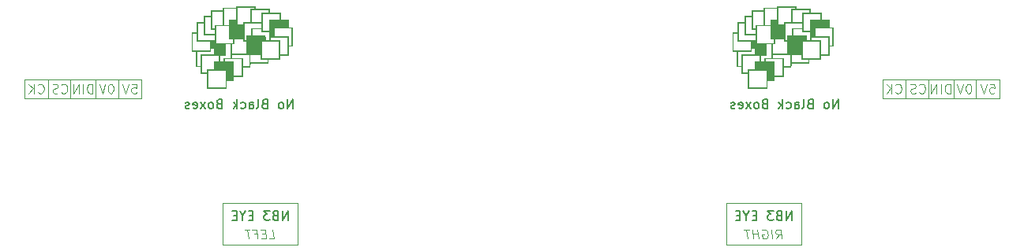
<source format=gbo>
G04 #@! TF.GenerationSoftware,KiCad,Pcbnew,8.0.7*
G04 #@! TF.CreationDate,2025-01-25T19:39:47+00:00*
G04 #@! TF.ProjectId,NB3_eyes,4e42335f-6579-4657-932e-6b696361645f,0.0.1*
G04 #@! TF.SameCoordinates,PX9d6ebcaPY67ee71d*
G04 #@! TF.FileFunction,Legend,Bot*
G04 #@! TF.FilePolarity,Positive*
%FSLAX46Y46*%
G04 Gerber Fmt 4.6, Leading zero omitted, Abs format (unit mm)*
G04 Created by KiCad (PCBNEW 8.0.7) date 2025-01-25 19:39:47*
%MOMM*%
%LPD*%
G01*
G04 APERTURE LIST*
%ADD10C,0.200000*%
%ADD11C,0.100000*%
%ADD12C,0.125000*%
%ADD13C,0.000000*%
G04 APERTURE END LIST*
D10*
X34988095Y18132781D02*
X34988095Y19132781D01*
X34988095Y19132781D02*
X34416667Y18132781D01*
X34416667Y18132781D02*
X34416667Y19132781D01*
X33797619Y18132781D02*
X33892857Y18180400D01*
X33892857Y18180400D02*
X33940476Y18228020D01*
X33940476Y18228020D02*
X33988095Y18323258D01*
X33988095Y18323258D02*
X33988095Y18608972D01*
X33988095Y18608972D02*
X33940476Y18704210D01*
X33940476Y18704210D02*
X33892857Y18751829D01*
X33892857Y18751829D02*
X33797619Y18799448D01*
X33797619Y18799448D02*
X33654762Y18799448D01*
X33654762Y18799448D02*
X33559524Y18751829D01*
X33559524Y18751829D02*
X33511905Y18704210D01*
X33511905Y18704210D02*
X33464286Y18608972D01*
X33464286Y18608972D02*
X33464286Y18323258D01*
X33464286Y18323258D02*
X33511905Y18228020D01*
X33511905Y18228020D02*
X33559524Y18180400D01*
X33559524Y18180400D02*
X33654762Y18132781D01*
X33654762Y18132781D02*
X33797619Y18132781D01*
X31940476Y18656591D02*
X31797619Y18608972D01*
X31797619Y18608972D02*
X31750000Y18561353D01*
X31750000Y18561353D02*
X31702381Y18466115D01*
X31702381Y18466115D02*
X31702381Y18323258D01*
X31702381Y18323258D02*
X31750000Y18228020D01*
X31750000Y18228020D02*
X31797619Y18180400D01*
X31797619Y18180400D02*
X31892857Y18132781D01*
X31892857Y18132781D02*
X32273809Y18132781D01*
X32273809Y18132781D02*
X32273809Y19132781D01*
X32273809Y19132781D02*
X31940476Y19132781D01*
X31940476Y19132781D02*
X31845238Y19085162D01*
X31845238Y19085162D02*
X31797619Y19037543D01*
X31797619Y19037543D02*
X31750000Y18942305D01*
X31750000Y18942305D02*
X31750000Y18847067D01*
X31750000Y18847067D02*
X31797619Y18751829D01*
X31797619Y18751829D02*
X31845238Y18704210D01*
X31845238Y18704210D02*
X31940476Y18656591D01*
X31940476Y18656591D02*
X32273809Y18656591D01*
X31130952Y18132781D02*
X31226190Y18180400D01*
X31226190Y18180400D02*
X31273809Y18275639D01*
X31273809Y18275639D02*
X31273809Y19132781D01*
X30321428Y18132781D02*
X30321428Y18656591D01*
X30321428Y18656591D02*
X30369047Y18751829D01*
X30369047Y18751829D02*
X30464285Y18799448D01*
X30464285Y18799448D02*
X30654761Y18799448D01*
X30654761Y18799448D02*
X30749999Y18751829D01*
X30321428Y18180400D02*
X30416666Y18132781D01*
X30416666Y18132781D02*
X30654761Y18132781D01*
X30654761Y18132781D02*
X30749999Y18180400D01*
X30749999Y18180400D02*
X30797618Y18275639D01*
X30797618Y18275639D02*
X30797618Y18370877D01*
X30797618Y18370877D02*
X30749999Y18466115D01*
X30749999Y18466115D02*
X30654761Y18513734D01*
X30654761Y18513734D02*
X30416666Y18513734D01*
X30416666Y18513734D02*
X30321428Y18561353D01*
X29416666Y18180400D02*
X29511904Y18132781D01*
X29511904Y18132781D02*
X29702380Y18132781D01*
X29702380Y18132781D02*
X29797618Y18180400D01*
X29797618Y18180400D02*
X29845237Y18228020D01*
X29845237Y18228020D02*
X29892856Y18323258D01*
X29892856Y18323258D02*
X29892856Y18608972D01*
X29892856Y18608972D02*
X29845237Y18704210D01*
X29845237Y18704210D02*
X29797618Y18751829D01*
X29797618Y18751829D02*
X29702380Y18799448D01*
X29702380Y18799448D02*
X29511904Y18799448D01*
X29511904Y18799448D02*
X29416666Y18751829D01*
X28988094Y18132781D02*
X28988094Y19132781D01*
X28892856Y18513734D02*
X28607142Y18132781D01*
X28607142Y18799448D02*
X28988094Y18418496D01*
X27083332Y18656591D02*
X26940475Y18608972D01*
X26940475Y18608972D02*
X26892856Y18561353D01*
X26892856Y18561353D02*
X26845237Y18466115D01*
X26845237Y18466115D02*
X26845237Y18323258D01*
X26845237Y18323258D02*
X26892856Y18228020D01*
X26892856Y18228020D02*
X26940475Y18180400D01*
X26940475Y18180400D02*
X27035713Y18132781D01*
X27035713Y18132781D02*
X27416665Y18132781D01*
X27416665Y18132781D02*
X27416665Y19132781D01*
X27416665Y19132781D02*
X27083332Y19132781D01*
X27083332Y19132781D02*
X26988094Y19085162D01*
X26988094Y19085162D02*
X26940475Y19037543D01*
X26940475Y19037543D02*
X26892856Y18942305D01*
X26892856Y18942305D02*
X26892856Y18847067D01*
X26892856Y18847067D02*
X26940475Y18751829D01*
X26940475Y18751829D02*
X26988094Y18704210D01*
X26988094Y18704210D02*
X27083332Y18656591D01*
X27083332Y18656591D02*
X27416665Y18656591D01*
X26273808Y18132781D02*
X26369046Y18180400D01*
X26369046Y18180400D02*
X26416665Y18228020D01*
X26416665Y18228020D02*
X26464284Y18323258D01*
X26464284Y18323258D02*
X26464284Y18608972D01*
X26464284Y18608972D02*
X26416665Y18704210D01*
X26416665Y18704210D02*
X26369046Y18751829D01*
X26369046Y18751829D02*
X26273808Y18799448D01*
X26273808Y18799448D02*
X26130951Y18799448D01*
X26130951Y18799448D02*
X26035713Y18751829D01*
X26035713Y18751829D02*
X25988094Y18704210D01*
X25988094Y18704210D02*
X25940475Y18608972D01*
X25940475Y18608972D02*
X25940475Y18323258D01*
X25940475Y18323258D02*
X25988094Y18228020D01*
X25988094Y18228020D02*
X26035713Y18180400D01*
X26035713Y18180400D02*
X26130951Y18132781D01*
X26130951Y18132781D02*
X26273808Y18132781D01*
X25607141Y18132781D02*
X25083332Y18799448D01*
X25607141Y18799448D02*
X25083332Y18132781D01*
X24321427Y18180400D02*
X24416665Y18132781D01*
X24416665Y18132781D02*
X24607141Y18132781D01*
X24607141Y18132781D02*
X24702379Y18180400D01*
X24702379Y18180400D02*
X24749998Y18275639D01*
X24749998Y18275639D02*
X24749998Y18656591D01*
X24749998Y18656591D02*
X24702379Y18751829D01*
X24702379Y18751829D02*
X24607141Y18799448D01*
X24607141Y18799448D02*
X24416665Y18799448D01*
X24416665Y18799448D02*
X24321427Y18751829D01*
X24321427Y18751829D02*
X24273808Y18656591D01*
X24273808Y18656591D02*
X24273808Y18561353D01*
X24273808Y18561353D02*
X24749998Y18466115D01*
X23892855Y18180400D02*
X23797617Y18132781D01*
X23797617Y18132781D02*
X23607141Y18132781D01*
X23607141Y18132781D02*
X23511903Y18180400D01*
X23511903Y18180400D02*
X23464284Y18275639D01*
X23464284Y18275639D02*
X23464284Y18323258D01*
X23464284Y18323258D02*
X23511903Y18418496D01*
X23511903Y18418496D02*
X23607141Y18466115D01*
X23607141Y18466115D02*
X23749998Y18466115D01*
X23749998Y18466115D02*
X23845236Y18513734D01*
X23845236Y18513734D02*
X23892855Y18608972D01*
X23892855Y18608972D02*
X23892855Y18656591D01*
X23892855Y18656591D02*
X23845236Y18751829D01*
X23845236Y18751829D02*
X23749998Y18799448D01*
X23749998Y18799448D02*
X23607141Y18799448D01*
X23607141Y18799448D02*
X23511903Y18751829D01*
X-23511905Y18132781D02*
X-23511905Y19132781D01*
X-23511905Y19132781D02*
X-24083333Y18132781D01*
X-24083333Y18132781D02*
X-24083333Y19132781D01*
X-24702381Y18132781D02*
X-24607143Y18180400D01*
X-24607143Y18180400D02*
X-24559524Y18228020D01*
X-24559524Y18228020D02*
X-24511905Y18323258D01*
X-24511905Y18323258D02*
X-24511905Y18608972D01*
X-24511905Y18608972D02*
X-24559524Y18704210D01*
X-24559524Y18704210D02*
X-24607143Y18751829D01*
X-24607143Y18751829D02*
X-24702381Y18799448D01*
X-24702381Y18799448D02*
X-24845238Y18799448D01*
X-24845238Y18799448D02*
X-24940476Y18751829D01*
X-24940476Y18751829D02*
X-24988095Y18704210D01*
X-24988095Y18704210D02*
X-25035714Y18608972D01*
X-25035714Y18608972D02*
X-25035714Y18323258D01*
X-25035714Y18323258D02*
X-24988095Y18228020D01*
X-24988095Y18228020D02*
X-24940476Y18180400D01*
X-24940476Y18180400D02*
X-24845238Y18132781D01*
X-24845238Y18132781D02*
X-24702381Y18132781D01*
X-26559524Y18656591D02*
X-26702381Y18608972D01*
X-26702381Y18608972D02*
X-26750000Y18561353D01*
X-26750000Y18561353D02*
X-26797619Y18466115D01*
X-26797619Y18466115D02*
X-26797619Y18323258D01*
X-26797619Y18323258D02*
X-26750000Y18228020D01*
X-26750000Y18228020D02*
X-26702381Y18180400D01*
X-26702381Y18180400D02*
X-26607143Y18132781D01*
X-26607143Y18132781D02*
X-26226191Y18132781D01*
X-26226191Y18132781D02*
X-26226191Y19132781D01*
X-26226191Y19132781D02*
X-26559524Y19132781D01*
X-26559524Y19132781D02*
X-26654762Y19085162D01*
X-26654762Y19085162D02*
X-26702381Y19037543D01*
X-26702381Y19037543D02*
X-26750000Y18942305D01*
X-26750000Y18942305D02*
X-26750000Y18847067D01*
X-26750000Y18847067D02*
X-26702381Y18751829D01*
X-26702381Y18751829D02*
X-26654762Y18704210D01*
X-26654762Y18704210D02*
X-26559524Y18656591D01*
X-26559524Y18656591D02*
X-26226191Y18656591D01*
X-27369048Y18132781D02*
X-27273810Y18180400D01*
X-27273810Y18180400D02*
X-27226191Y18275639D01*
X-27226191Y18275639D02*
X-27226191Y19132781D01*
X-28178572Y18132781D02*
X-28178572Y18656591D01*
X-28178572Y18656591D02*
X-28130953Y18751829D01*
X-28130953Y18751829D02*
X-28035715Y18799448D01*
X-28035715Y18799448D02*
X-27845239Y18799448D01*
X-27845239Y18799448D02*
X-27750001Y18751829D01*
X-28178572Y18180400D02*
X-28083334Y18132781D01*
X-28083334Y18132781D02*
X-27845239Y18132781D01*
X-27845239Y18132781D02*
X-27750001Y18180400D01*
X-27750001Y18180400D02*
X-27702382Y18275639D01*
X-27702382Y18275639D02*
X-27702382Y18370877D01*
X-27702382Y18370877D02*
X-27750001Y18466115D01*
X-27750001Y18466115D02*
X-27845239Y18513734D01*
X-27845239Y18513734D02*
X-28083334Y18513734D01*
X-28083334Y18513734D02*
X-28178572Y18561353D01*
X-29083334Y18180400D02*
X-28988096Y18132781D01*
X-28988096Y18132781D02*
X-28797620Y18132781D01*
X-28797620Y18132781D02*
X-28702382Y18180400D01*
X-28702382Y18180400D02*
X-28654763Y18228020D01*
X-28654763Y18228020D02*
X-28607144Y18323258D01*
X-28607144Y18323258D02*
X-28607144Y18608972D01*
X-28607144Y18608972D02*
X-28654763Y18704210D01*
X-28654763Y18704210D02*
X-28702382Y18751829D01*
X-28702382Y18751829D02*
X-28797620Y18799448D01*
X-28797620Y18799448D02*
X-28988096Y18799448D01*
X-28988096Y18799448D02*
X-29083334Y18751829D01*
X-29511906Y18132781D02*
X-29511906Y19132781D01*
X-29607144Y18513734D02*
X-29892858Y18132781D01*
X-29892858Y18799448D02*
X-29511906Y18418496D01*
X-31416668Y18656591D02*
X-31559525Y18608972D01*
X-31559525Y18608972D02*
X-31607144Y18561353D01*
X-31607144Y18561353D02*
X-31654763Y18466115D01*
X-31654763Y18466115D02*
X-31654763Y18323258D01*
X-31654763Y18323258D02*
X-31607144Y18228020D01*
X-31607144Y18228020D02*
X-31559525Y18180400D01*
X-31559525Y18180400D02*
X-31464287Y18132781D01*
X-31464287Y18132781D02*
X-31083335Y18132781D01*
X-31083335Y18132781D02*
X-31083335Y19132781D01*
X-31083335Y19132781D02*
X-31416668Y19132781D01*
X-31416668Y19132781D02*
X-31511906Y19085162D01*
X-31511906Y19085162D02*
X-31559525Y19037543D01*
X-31559525Y19037543D02*
X-31607144Y18942305D01*
X-31607144Y18942305D02*
X-31607144Y18847067D01*
X-31607144Y18847067D02*
X-31559525Y18751829D01*
X-31559525Y18751829D02*
X-31511906Y18704210D01*
X-31511906Y18704210D02*
X-31416668Y18656591D01*
X-31416668Y18656591D02*
X-31083335Y18656591D01*
X-32226192Y18132781D02*
X-32130954Y18180400D01*
X-32130954Y18180400D02*
X-32083335Y18228020D01*
X-32083335Y18228020D02*
X-32035716Y18323258D01*
X-32035716Y18323258D02*
X-32035716Y18608972D01*
X-32035716Y18608972D02*
X-32083335Y18704210D01*
X-32083335Y18704210D02*
X-32130954Y18751829D01*
X-32130954Y18751829D02*
X-32226192Y18799448D01*
X-32226192Y18799448D02*
X-32369049Y18799448D01*
X-32369049Y18799448D02*
X-32464287Y18751829D01*
X-32464287Y18751829D02*
X-32511906Y18704210D01*
X-32511906Y18704210D02*
X-32559525Y18608972D01*
X-32559525Y18608972D02*
X-32559525Y18323258D01*
X-32559525Y18323258D02*
X-32511906Y18228020D01*
X-32511906Y18228020D02*
X-32464287Y18180400D01*
X-32464287Y18180400D02*
X-32369049Y18132781D01*
X-32369049Y18132781D02*
X-32226192Y18132781D01*
X-32892859Y18132781D02*
X-33416668Y18799448D01*
X-32892859Y18799448D02*
X-33416668Y18132781D01*
X-34178573Y18180400D02*
X-34083335Y18132781D01*
X-34083335Y18132781D02*
X-33892859Y18132781D01*
X-33892859Y18132781D02*
X-33797621Y18180400D01*
X-33797621Y18180400D02*
X-33750002Y18275639D01*
X-33750002Y18275639D02*
X-33750002Y18656591D01*
X-33750002Y18656591D02*
X-33797621Y18751829D01*
X-33797621Y18751829D02*
X-33892859Y18799448D01*
X-33892859Y18799448D02*
X-34083335Y18799448D01*
X-34083335Y18799448D02*
X-34178573Y18751829D01*
X-34178573Y18751829D02*
X-34226192Y18656591D01*
X-34226192Y18656591D02*
X-34226192Y18561353D01*
X-34226192Y18561353D02*
X-33750002Y18466115D01*
X-34607145Y18180400D02*
X-34702383Y18132781D01*
X-34702383Y18132781D02*
X-34892859Y18132781D01*
X-34892859Y18132781D02*
X-34988097Y18180400D01*
X-34988097Y18180400D02*
X-35035716Y18275639D01*
X-35035716Y18275639D02*
X-35035716Y18323258D01*
X-35035716Y18323258D02*
X-34988097Y18418496D01*
X-34988097Y18418496D02*
X-34892859Y18466115D01*
X-34892859Y18466115D02*
X-34750002Y18466115D01*
X-34750002Y18466115D02*
X-34654764Y18513734D01*
X-34654764Y18513734D02*
X-34607145Y18608972D01*
X-34607145Y18608972D02*
X-34607145Y18656591D01*
X-34607145Y18656591D02*
X-34654764Y18751829D01*
X-34654764Y18751829D02*
X-34750002Y18799448D01*
X-34750002Y18799448D02*
X-34892859Y18799448D01*
X-34892859Y18799448D02*
X-34988097Y18751829D01*
D11*
X-49750000Y19250000D02*
X-49750000Y21250000D01*
X-31000000Y8000000D02*
X-23000000Y8000000D01*
X-23000000Y3500000D01*
X-31000000Y3500000D01*
X-31000000Y8000000D01*
X23000000Y8000000D02*
X31000000Y8000000D01*
X31000000Y3500000D01*
X23000000Y3500000D01*
X23000000Y8000000D01*
X44650000Y19250000D02*
X44650000Y21250000D01*
X-47350000Y19250000D02*
X-47350000Y21250000D01*
X49750000Y19250000D02*
X49750000Y21250000D01*
X42200000Y19250000D02*
X42200000Y21250000D01*
X-44700000Y19250000D02*
X-44700000Y21250000D01*
X-42250000Y19250000D02*
X-42250000Y21250000D01*
X47350000Y19250000D02*
X47350000Y21250000D01*
X39750000Y21250000D02*
X52250000Y21250000D01*
X52250000Y19250000D01*
X39750000Y19250000D01*
X39750000Y21250000D01*
X-52250000Y21250000D02*
X-39750000Y21250000D01*
X-39750000Y19250000D01*
X-52250000Y19250000D01*
X-52250000Y21250000D01*
X43674687Y19872820D02*
X43722306Y19825200D01*
X43722306Y19825200D02*
X43865163Y19777581D01*
X43865163Y19777581D02*
X43960401Y19777581D01*
X43960401Y19777581D02*
X44103258Y19825200D01*
X44103258Y19825200D02*
X44198496Y19920439D01*
X44198496Y19920439D02*
X44246115Y20015677D01*
X44246115Y20015677D02*
X44293734Y20206153D01*
X44293734Y20206153D02*
X44293734Y20349010D01*
X44293734Y20349010D02*
X44246115Y20539486D01*
X44246115Y20539486D02*
X44198496Y20634724D01*
X44198496Y20634724D02*
X44103258Y20729962D01*
X44103258Y20729962D02*
X43960401Y20777581D01*
X43960401Y20777581D02*
X43865163Y20777581D01*
X43865163Y20777581D02*
X43722306Y20729962D01*
X43722306Y20729962D02*
X43674687Y20682343D01*
X43293734Y19825200D02*
X43150877Y19777581D01*
X43150877Y19777581D02*
X42912782Y19777581D01*
X42912782Y19777581D02*
X42817544Y19825200D01*
X42817544Y19825200D02*
X42769925Y19872820D01*
X42769925Y19872820D02*
X42722306Y19968058D01*
X42722306Y19968058D02*
X42722306Y20063296D01*
X42722306Y20063296D02*
X42769925Y20158534D01*
X42769925Y20158534D02*
X42817544Y20206153D01*
X42817544Y20206153D02*
X42912782Y20253772D01*
X42912782Y20253772D02*
X43103258Y20301391D01*
X43103258Y20301391D02*
X43198496Y20349010D01*
X43198496Y20349010D02*
X43246115Y20396629D01*
X43246115Y20396629D02*
X43293734Y20491867D01*
X43293734Y20491867D02*
X43293734Y20587105D01*
X43293734Y20587105D02*
X43246115Y20682343D01*
X43246115Y20682343D02*
X43198496Y20729962D01*
X43198496Y20729962D02*
X43103258Y20777581D01*
X43103258Y20777581D02*
X42865163Y20777581D01*
X42865163Y20777581D02*
X42722306Y20729962D01*
X49005639Y20777581D02*
X48910401Y20777581D01*
X48910401Y20777581D02*
X48815163Y20729962D01*
X48815163Y20729962D02*
X48767544Y20682343D01*
X48767544Y20682343D02*
X48719925Y20587105D01*
X48719925Y20587105D02*
X48672306Y20396629D01*
X48672306Y20396629D02*
X48672306Y20158534D01*
X48672306Y20158534D02*
X48719925Y19968058D01*
X48719925Y19968058D02*
X48767544Y19872820D01*
X48767544Y19872820D02*
X48815163Y19825200D01*
X48815163Y19825200D02*
X48910401Y19777581D01*
X48910401Y19777581D02*
X49005639Y19777581D01*
X49005639Y19777581D02*
X49100877Y19825200D01*
X49100877Y19825200D02*
X49148496Y19872820D01*
X49148496Y19872820D02*
X49196115Y19968058D01*
X49196115Y19968058D02*
X49243734Y20158534D01*
X49243734Y20158534D02*
X49243734Y20396629D01*
X49243734Y20396629D02*
X49196115Y20587105D01*
X49196115Y20587105D02*
X49148496Y20682343D01*
X49148496Y20682343D02*
X49100877Y20729962D01*
X49100877Y20729962D02*
X49005639Y20777581D01*
X48386591Y20777581D02*
X48053258Y19777581D01*
X48053258Y19777581D02*
X47719925Y20777581D01*
X51219925Y20777581D02*
X51696115Y20777581D01*
X51696115Y20777581D02*
X51743734Y20301391D01*
X51743734Y20301391D02*
X51696115Y20349010D01*
X51696115Y20349010D02*
X51600877Y20396629D01*
X51600877Y20396629D02*
X51362782Y20396629D01*
X51362782Y20396629D02*
X51267544Y20349010D01*
X51267544Y20349010D02*
X51219925Y20301391D01*
X51219925Y20301391D02*
X51172306Y20206153D01*
X51172306Y20206153D02*
X51172306Y19968058D01*
X51172306Y19968058D02*
X51219925Y19872820D01*
X51219925Y19872820D02*
X51267544Y19825200D01*
X51267544Y19825200D02*
X51362782Y19777581D01*
X51362782Y19777581D02*
X51600877Y19777581D01*
X51600877Y19777581D02*
X51696115Y19825200D01*
X51696115Y19825200D02*
X51743734Y19872820D01*
X50886591Y20777581D02*
X50553258Y19777581D01*
X50553258Y19777581D02*
X50219925Y20777581D01*
X-42994361Y20777581D02*
X-43089599Y20777581D01*
X-43089599Y20777581D02*
X-43184837Y20729962D01*
X-43184837Y20729962D02*
X-43232456Y20682343D01*
X-43232456Y20682343D02*
X-43280075Y20587105D01*
X-43280075Y20587105D02*
X-43327694Y20396629D01*
X-43327694Y20396629D02*
X-43327694Y20158534D01*
X-43327694Y20158534D02*
X-43280075Y19968058D01*
X-43280075Y19968058D02*
X-43232456Y19872820D01*
X-43232456Y19872820D02*
X-43184837Y19825200D01*
X-43184837Y19825200D02*
X-43089599Y19777581D01*
X-43089599Y19777581D02*
X-42994361Y19777581D01*
X-42994361Y19777581D02*
X-42899123Y19825200D01*
X-42899123Y19825200D02*
X-42851504Y19872820D01*
X-42851504Y19872820D02*
X-42803885Y19968058D01*
X-42803885Y19968058D02*
X-42756266Y20158534D01*
X-42756266Y20158534D02*
X-42756266Y20396629D01*
X-42756266Y20396629D02*
X-42803885Y20587105D01*
X-42803885Y20587105D02*
X-42851504Y20682343D01*
X-42851504Y20682343D02*
X-42899123Y20729962D01*
X-42899123Y20729962D02*
X-42994361Y20777581D01*
X-43613409Y20777581D02*
X-43946742Y19777581D01*
X-43946742Y19777581D02*
X-44280075Y20777581D01*
X-45003885Y19777581D02*
X-45003885Y20777581D01*
X-45003885Y20777581D02*
X-45241980Y20777581D01*
X-45241980Y20777581D02*
X-45384837Y20729962D01*
X-45384837Y20729962D02*
X-45480075Y20634724D01*
X-45480075Y20634724D02*
X-45527694Y20539486D01*
X-45527694Y20539486D02*
X-45575313Y20349010D01*
X-45575313Y20349010D02*
X-45575313Y20206153D01*
X-45575313Y20206153D02*
X-45527694Y20015677D01*
X-45527694Y20015677D02*
X-45480075Y19920439D01*
X-45480075Y19920439D02*
X-45384837Y19825200D01*
X-45384837Y19825200D02*
X-45241980Y19777581D01*
X-45241980Y19777581D02*
X-45003885Y19777581D01*
X-46003885Y19777581D02*
X-46003885Y20777581D01*
X-46480075Y19777581D02*
X-46480075Y20777581D01*
X-46480075Y20777581D02*
X-47051503Y19777581D01*
X-47051503Y19777581D02*
X-47051503Y20777581D01*
X-50825313Y19872820D02*
X-50777694Y19825200D01*
X-50777694Y19825200D02*
X-50634837Y19777581D01*
X-50634837Y19777581D02*
X-50539599Y19777581D01*
X-50539599Y19777581D02*
X-50396742Y19825200D01*
X-50396742Y19825200D02*
X-50301504Y19920439D01*
X-50301504Y19920439D02*
X-50253885Y20015677D01*
X-50253885Y20015677D02*
X-50206266Y20206153D01*
X-50206266Y20206153D02*
X-50206266Y20349010D01*
X-50206266Y20349010D02*
X-50253885Y20539486D01*
X-50253885Y20539486D02*
X-50301504Y20634724D01*
X-50301504Y20634724D02*
X-50396742Y20729962D01*
X-50396742Y20729962D02*
X-50539599Y20777581D01*
X-50539599Y20777581D02*
X-50634837Y20777581D01*
X-50634837Y20777581D02*
X-50777694Y20729962D01*
X-50777694Y20729962D02*
X-50825313Y20682343D01*
X-51253885Y19777581D02*
X-51253885Y20777581D01*
X-51825313Y19777581D02*
X-51396742Y20349010D01*
X-51825313Y20777581D02*
X-51253885Y20206153D01*
D12*
X-26041667Y4128881D02*
X-25565476Y4128881D01*
X-25565476Y4128881D02*
X-25690476Y5128881D01*
X-26440477Y4652691D02*
X-26773810Y4652691D01*
X-26851191Y4128881D02*
X-26375000Y4128881D01*
X-26375000Y4128881D02*
X-26500000Y5128881D01*
X-26500000Y5128881D02*
X-26976191Y5128881D01*
X-27678572Y4652691D02*
X-27345239Y4652691D01*
X-27279762Y4128881D02*
X-27404762Y5128881D01*
X-27404762Y5128881D02*
X-27880953Y5128881D01*
X-28119048Y5128881D02*
X-28690477Y5128881D01*
X-28279762Y4128881D02*
X-28404762Y5128881D01*
D11*
X-48325313Y19872820D02*
X-48277694Y19825200D01*
X-48277694Y19825200D02*
X-48134837Y19777581D01*
X-48134837Y19777581D02*
X-48039599Y19777581D01*
X-48039599Y19777581D02*
X-47896742Y19825200D01*
X-47896742Y19825200D02*
X-47801504Y19920439D01*
X-47801504Y19920439D02*
X-47753885Y20015677D01*
X-47753885Y20015677D02*
X-47706266Y20206153D01*
X-47706266Y20206153D02*
X-47706266Y20349010D01*
X-47706266Y20349010D02*
X-47753885Y20539486D01*
X-47753885Y20539486D02*
X-47801504Y20634724D01*
X-47801504Y20634724D02*
X-47896742Y20729962D01*
X-47896742Y20729962D02*
X-48039599Y20777581D01*
X-48039599Y20777581D02*
X-48134837Y20777581D01*
X-48134837Y20777581D02*
X-48277694Y20729962D01*
X-48277694Y20729962D02*
X-48325313Y20682343D01*
X-48706266Y19825200D02*
X-48849123Y19777581D01*
X-48849123Y19777581D02*
X-49087218Y19777581D01*
X-49087218Y19777581D02*
X-49182456Y19825200D01*
X-49182456Y19825200D02*
X-49230075Y19872820D01*
X-49230075Y19872820D02*
X-49277694Y19968058D01*
X-49277694Y19968058D02*
X-49277694Y20063296D01*
X-49277694Y20063296D02*
X-49230075Y20158534D01*
X-49230075Y20158534D02*
X-49182456Y20206153D01*
X-49182456Y20206153D02*
X-49087218Y20253772D01*
X-49087218Y20253772D02*
X-48896742Y20301391D01*
X-48896742Y20301391D02*
X-48801504Y20349010D01*
X-48801504Y20349010D02*
X-48753885Y20396629D01*
X-48753885Y20396629D02*
X-48706266Y20491867D01*
X-48706266Y20491867D02*
X-48706266Y20587105D01*
X-48706266Y20587105D02*
X-48753885Y20682343D01*
X-48753885Y20682343D02*
X-48801504Y20729962D01*
X-48801504Y20729962D02*
X-48896742Y20777581D01*
X-48896742Y20777581D02*
X-49134837Y20777581D01*
X-49134837Y20777581D02*
X-49277694Y20729962D01*
D10*
X29976190Y6132781D02*
X29976190Y7132781D01*
X29976190Y7132781D02*
X29404762Y6132781D01*
X29404762Y6132781D02*
X29404762Y7132781D01*
X28595238Y6656591D02*
X28452381Y6608972D01*
X28452381Y6608972D02*
X28404762Y6561353D01*
X28404762Y6561353D02*
X28357143Y6466115D01*
X28357143Y6466115D02*
X28357143Y6323258D01*
X28357143Y6323258D02*
X28404762Y6228020D01*
X28404762Y6228020D02*
X28452381Y6180400D01*
X28452381Y6180400D02*
X28547619Y6132781D01*
X28547619Y6132781D02*
X28928571Y6132781D01*
X28928571Y6132781D02*
X28928571Y7132781D01*
X28928571Y7132781D02*
X28595238Y7132781D01*
X28595238Y7132781D02*
X28500000Y7085162D01*
X28500000Y7085162D02*
X28452381Y7037543D01*
X28452381Y7037543D02*
X28404762Y6942305D01*
X28404762Y6942305D02*
X28404762Y6847067D01*
X28404762Y6847067D02*
X28452381Y6751829D01*
X28452381Y6751829D02*
X28500000Y6704210D01*
X28500000Y6704210D02*
X28595238Y6656591D01*
X28595238Y6656591D02*
X28928571Y6656591D01*
X28023809Y7132781D02*
X27404762Y7132781D01*
X27404762Y7132781D02*
X27738095Y6751829D01*
X27738095Y6751829D02*
X27595238Y6751829D01*
X27595238Y6751829D02*
X27500000Y6704210D01*
X27500000Y6704210D02*
X27452381Y6656591D01*
X27452381Y6656591D02*
X27404762Y6561353D01*
X27404762Y6561353D02*
X27404762Y6323258D01*
X27404762Y6323258D02*
X27452381Y6228020D01*
X27452381Y6228020D02*
X27500000Y6180400D01*
X27500000Y6180400D02*
X27595238Y6132781D01*
X27595238Y6132781D02*
X27880952Y6132781D01*
X27880952Y6132781D02*
X27976190Y6180400D01*
X27976190Y6180400D02*
X28023809Y6228020D01*
X26214285Y6656591D02*
X25880952Y6656591D01*
X25738095Y6132781D02*
X26214285Y6132781D01*
X26214285Y6132781D02*
X26214285Y7132781D01*
X26214285Y7132781D02*
X25738095Y7132781D01*
X25119047Y6608972D02*
X25119047Y6132781D01*
X25452380Y7132781D02*
X25119047Y6608972D01*
X25119047Y6608972D02*
X24785714Y7132781D01*
X24452380Y6656591D02*
X24119047Y6656591D01*
X23976190Y6132781D02*
X24452380Y6132781D01*
X24452380Y6132781D02*
X24452380Y7132781D01*
X24452380Y7132781D02*
X23976190Y7132781D01*
D11*
X41124687Y19872820D02*
X41172306Y19825200D01*
X41172306Y19825200D02*
X41315163Y19777581D01*
X41315163Y19777581D02*
X41410401Y19777581D01*
X41410401Y19777581D02*
X41553258Y19825200D01*
X41553258Y19825200D02*
X41648496Y19920439D01*
X41648496Y19920439D02*
X41696115Y20015677D01*
X41696115Y20015677D02*
X41743734Y20206153D01*
X41743734Y20206153D02*
X41743734Y20349010D01*
X41743734Y20349010D02*
X41696115Y20539486D01*
X41696115Y20539486D02*
X41648496Y20634724D01*
X41648496Y20634724D02*
X41553258Y20729962D01*
X41553258Y20729962D02*
X41410401Y20777581D01*
X41410401Y20777581D02*
X41315163Y20777581D01*
X41315163Y20777581D02*
X41172306Y20729962D01*
X41172306Y20729962D02*
X41124687Y20682343D01*
X40696115Y19777581D02*
X40696115Y20777581D01*
X40124687Y19777581D02*
X40553258Y20349010D01*
X40124687Y20777581D02*
X40696115Y20206153D01*
X46996115Y19777581D02*
X46996115Y20777581D01*
X46996115Y20777581D02*
X46758020Y20777581D01*
X46758020Y20777581D02*
X46615163Y20729962D01*
X46615163Y20729962D02*
X46519925Y20634724D01*
X46519925Y20634724D02*
X46472306Y20539486D01*
X46472306Y20539486D02*
X46424687Y20349010D01*
X46424687Y20349010D02*
X46424687Y20206153D01*
X46424687Y20206153D02*
X46472306Y20015677D01*
X46472306Y20015677D02*
X46519925Y19920439D01*
X46519925Y19920439D02*
X46615163Y19825200D01*
X46615163Y19825200D02*
X46758020Y19777581D01*
X46758020Y19777581D02*
X46996115Y19777581D01*
X45996115Y19777581D02*
X45996115Y20777581D01*
X45519925Y19777581D02*
X45519925Y20777581D01*
X45519925Y20777581D02*
X44948497Y19777581D01*
X44948497Y19777581D02*
X44948497Y20777581D01*
D10*
X-24023810Y6132781D02*
X-24023810Y7132781D01*
X-24023810Y7132781D02*
X-24595238Y6132781D01*
X-24595238Y6132781D02*
X-24595238Y7132781D01*
X-25404762Y6656591D02*
X-25547619Y6608972D01*
X-25547619Y6608972D02*
X-25595238Y6561353D01*
X-25595238Y6561353D02*
X-25642857Y6466115D01*
X-25642857Y6466115D02*
X-25642857Y6323258D01*
X-25642857Y6323258D02*
X-25595238Y6228020D01*
X-25595238Y6228020D02*
X-25547619Y6180400D01*
X-25547619Y6180400D02*
X-25452381Y6132781D01*
X-25452381Y6132781D02*
X-25071429Y6132781D01*
X-25071429Y6132781D02*
X-25071429Y7132781D01*
X-25071429Y7132781D02*
X-25404762Y7132781D01*
X-25404762Y7132781D02*
X-25500000Y7085162D01*
X-25500000Y7085162D02*
X-25547619Y7037543D01*
X-25547619Y7037543D02*
X-25595238Y6942305D01*
X-25595238Y6942305D02*
X-25595238Y6847067D01*
X-25595238Y6847067D02*
X-25547619Y6751829D01*
X-25547619Y6751829D02*
X-25500000Y6704210D01*
X-25500000Y6704210D02*
X-25404762Y6656591D01*
X-25404762Y6656591D02*
X-25071429Y6656591D01*
X-25976191Y7132781D02*
X-26595238Y7132781D01*
X-26595238Y7132781D02*
X-26261905Y6751829D01*
X-26261905Y6751829D02*
X-26404762Y6751829D01*
X-26404762Y6751829D02*
X-26500000Y6704210D01*
X-26500000Y6704210D02*
X-26547619Y6656591D01*
X-26547619Y6656591D02*
X-26595238Y6561353D01*
X-26595238Y6561353D02*
X-26595238Y6323258D01*
X-26595238Y6323258D02*
X-26547619Y6228020D01*
X-26547619Y6228020D02*
X-26500000Y6180400D01*
X-26500000Y6180400D02*
X-26404762Y6132781D01*
X-26404762Y6132781D02*
X-26119048Y6132781D01*
X-26119048Y6132781D02*
X-26023810Y6180400D01*
X-26023810Y6180400D02*
X-25976191Y6228020D01*
X-27785715Y6656591D02*
X-28119048Y6656591D01*
X-28261905Y6132781D02*
X-27785715Y6132781D01*
X-27785715Y6132781D02*
X-27785715Y7132781D01*
X-27785715Y7132781D02*
X-28261905Y7132781D01*
X-28880953Y6608972D02*
X-28880953Y6132781D01*
X-28547620Y7132781D02*
X-28880953Y6608972D01*
X-28880953Y6608972D02*
X-29214286Y7132781D01*
X-29547620Y6656591D02*
X-29880953Y6656591D01*
X-30023810Y6132781D02*
X-29547620Y6132781D01*
X-29547620Y6132781D02*
X-29547620Y7132781D01*
X-29547620Y7132781D02*
X-30023810Y7132781D01*
D12*
X28339285Y4128881D02*
X28613095Y4605072D01*
X28910714Y4128881D02*
X28785714Y5128881D01*
X28785714Y5128881D02*
X28404761Y5128881D01*
X28404761Y5128881D02*
X28315476Y5081262D01*
X28315476Y5081262D02*
X28273809Y5033643D01*
X28273809Y5033643D02*
X28238095Y4938405D01*
X28238095Y4938405D02*
X28255952Y4795548D01*
X28255952Y4795548D02*
X28315476Y4700310D01*
X28315476Y4700310D02*
X28369047Y4652691D01*
X28369047Y4652691D02*
X28470237Y4605072D01*
X28470237Y4605072D02*
X28851190Y4605072D01*
X27910714Y4128881D02*
X27785714Y5128881D01*
X26791667Y5081262D02*
X26880952Y5128881D01*
X26880952Y5128881D02*
X27023809Y5128881D01*
X27023809Y5128881D02*
X27172619Y5081262D01*
X27172619Y5081262D02*
X27279762Y4986024D01*
X27279762Y4986024D02*
X27339286Y4890786D01*
X27339286Y4890786D02*
X27410714Y4700310D01*
X27410714Y4700310D02*
X27428571Y4557453D01*
X27428571Y4557453D02*
X27404762Y4366977D01*
X27404762Y4366977D02*
X27369047Y4271739D01*
X27369047Y4271739D02*
X27285714Y4176500D01*
X27285714Y4176500D02*
X27148809Y4128881D01*
X27148809Y4128881D02*
X27053571Y4128881D01*
X27053571Y4128881D02*
X26904762Y4176500D01*
X26904762Y4176500D02*
X26851190Y4224120D01*
X26851190Y4224120D02*
X26809524Y4557453D01*
X26809524Y4557453D02*
X27000000Y4557453D01*
X26434524Y4128881D02*
X26309524Y5128881D01*
X26369047Y4652691D02*
X25797619Y4652691D01*
X25863095Y4128881D02*
X25738095Y5128881D01*
X25404762Y5128881D02*
X24833333Y5128881D01*
X25244048Y4128881D02*
X25119048Y5128881D01*
D11*
X-40780075Y20777581D02*
X-40303885Y20777581D01*
X-40303885Y20777581D02*
X-40256266Y20301391D01*
X-40256266Y20301391D02*
X-40303885Y20349010D01*
X-40303885Y20349010D02*
X-40399123Y20396629D01*
X-40399123Y20396629D02*
X-40637218Y20396629D01*
X-40637218Y20396629D02*
X-40732456Y20349010D01*
X-40732456Y20349010D02*
X-40780075Y20301391D01*
X-40780075Y20301391D02*
X-40827694Y20206153D01*
X-40827694Y20206153D02*
X-40827694Y19968058D01*
X-40827694Y19968058D02*
X-40780075Y19872820D01*
X-40780075Y19872820D02*
X-40732456Y19825200D01*
X-40732456Y19825200D02*
X-40637218Y19777581D01*
X-40637218Y19777581D02*
X-40399123Y19777581D01*
X-40399123Y19777581D02*
X-40303885Y19825200D01*
X-40303885Y19825200D02*
X-40256266Y19872820D01*
X-41113409Y20777581D02*
X-41446742Y19777581D01*
X-41446742Y19777581D02*
X-41780075Y20777581D01*
D13*
G36*
X30499350Y28850227D02*
G01*
X31252201Y28846949D01*
X32005053Y28843672D01*
X32007608Y28697549D01*
X32008552Y28643547D01*
X32012051Y28443422D01*
X32602574Y28443422D01*
X33193097Y28443422D01*
X33193097Y28290946D01*
X33193097Y28075107D01*
X33193097Y27706791D01*
X33621936Y27703446D01*
X34050776Y27700100D01*
X34054128Y27290320D01*
X34057481Y26880540D01*
X34286019Y26880540D01*
X34514557Y26880540D01*
X34514557Y26728064D01*
X34514557Y25832266D01*
X34514557Y24783992D01*
X34285992Y24783992D01*
X34057427Y24783992D01*
X34054101Y24291621D01*
X34050776Y23799250D01*
X33583817Y23795917D01*
X33116859Y23792583D01*
X33116859Y23583085D01*
X33116859Y23373587D01*
X32513307Y23373587D01*
X31909755Y23373587D01*
X31909755Y23163932D01*
X31909755Y23106754D01*
X31909755Y22954277D01*
X30938034Y22954277D01*
X29966312Y22954277D01*
X29962821Y22747799D01*
X29959330Y22541321D01*
X29549550Y22537968D01*
X29139770Y22534616D01*
X29139770Y22013975D01*
X29139770Y21493335D01*
X28628339Y21490014D01*
X28116909Y21486693D01*
X28113392Y21299275D01*
X28109876Y21111856D01*
X27760791Y21111856D01*
X27411706Y21111856D01*
X27411706Y20681958D01*
X27411571Y20605381D01*
X27410993Y20509068D01*
X27410013Y20423159D01*
X27408689Y20350654D01*
X27407079Y20294556D01*
X27405242Y20257867D01*
X27403235Y20243589D01*
X27398962Y20242888D01*
X27372467Y20241617D01*
X27323465Y20240415D01*
X27253851Y20239298D01*
X27165520Y20238280D01*
X27060368Y20237377D01*
X26940289Y20236604D01*
X26807178Y20235977D01*
X26662931Y20235510D01*
X26509443Y20235218D01*
X26348608Y20235118D01*
X25302451Y20235118D01*
X25302451Y21041770D01*
X25302451Y21848423D01*
X24949850Y21851800D01*
X24597249Y21855178D01*
X24593880Y22226839D01*
X24590512Y22598499D01*
X24342930Y22598499D01*
X24095348Y22598499D01*
X24095348Y23405353D01*
X24095348Y24212206D01*
X23860280Y24212206D01*
X23625213Y24212206D01*
X23625213Y24218559D01*
X24254177Y24218559D01*
X24254177Y23481591D01*
X24254177Y22744622D01*
X24420067Y22741094D01*
X24431439Y22740873D01*
X24492720Y22740442D01*
X24543733Y22741319D01*
X24579434Y22743352D01*
X24594779Y22746389D01*
X24596523Y22760002D01*
X24598182Y22796587D01*
X24599686Y22853590D01*
X24600999Y22928490D01*
X24602083Y23018767D01*
X24602903Y23121900D01*
X24603421Y23235366D01*
X24603602Y23356645D01*
X24603602Y23799250D01*
X24749725Y23799250D01*
X24749725Y22903452D01*
X24749725Y22007654D01*
X25026088Y22004230D01*
X25302451Y22000805D01*
X25302451Y22172589D01*
X25302451Y22191896D01*
X25454928Y22191896D01*
X25454928Y21289745D01*
X25454928Y20387594D01*
X26357079Y20387594D01*
X27259230Y20387594D01*
X27259230Y21289745D01*
X27259230Y22191896D01*
X26357079Y22191896D01*
X25454928Y22191896D01*
X25302451Y22191896D01*
X25302451Y22344372D01*
X25658229Y22344372D01*
X26014007Y22344372D01*
X26014007Y22782741D01*
X26014007Y23221111D01*
X26280841Y23221111D01*
X26547674Y23221111D01*
X26547674Y23513442D01*
X26547674Y23792437D01*
X26700150Y23792437D01*
X26700150Y23519480D01*
X26700150Y23246523D01*
X26865333Y23246523D01*
X27030515Y23246523D01*
X27030515Y23418059D01*
X27030515Y23437119D01*
X27182992Y23437119D01*
X27182992Y23329115D01*
X27182992Y23221111D01*
X27646774Y23221111D01*
X28110555Y23221111D01*
X28110555Y22433317D01*
X28110555Y22191896D01*
X28110555Y21645523D01*
X28548925Y21645523D01*
X28987294Y21645523D01*
X28987294Y22541321D01*
X28987294Y23437119D01*
X28085143Y23437119D01*
X27182992Y23437119D01*
X27030515Y23437119D01*
X27030515Y23589595D01*
X27418059Y23589595D01*
X27805603Y23589595D01*
X27805603Y23894547D01*
X28008905Y23894547D01*
X28008905Y23742071D01*
X28008905Y23589595D01*
X28574337Y23589595D01*
X29139770Y23589595D01*
X29139770Y23437119D01*
X29139770Y23138519D01*
X29139770Y22687444D01*
X29468017Y22687444D01*
X29547360Y22687694D01*
X29628882Y22688522D01*
X29698843Y22689846D01*
X29753781Y22691577D01*
X29790233Y22693629D01*
X29804736Y22695915D01*
X29806348Y22708418D01*
X29807955Y22744016D01*
X29809411Y22800115D01*
X29810683Y22874182D01*
X29811734Y22963683D01*
X29812528Y23066087D01*
X29813031Y23178859D01*
X29813207Y23299467D01*
X29813207Y23894547D01*
X29965683Y23894547D01*
X29965683Y23500650D01*
X29965683Y23106754D01*
X30861481Y23106754D01*
X31757279Y23106754D01*
X31757279Y23240170D01*
X31757279Y23373587D01*
X31382441Y23373587D01*
X31007604Y23373587D01*
X31007604Y23526063D01*
X31160080Y23526063D01*
X32062231Y23526063D01*
X32964382Y23526063D01*
X32964382Y24421861D01*
X32964382Y25317659D01*
X32062231Y25317659D01*
X31160080Y25317659D01*
X31160080Y24421861D01*
X31160080Y24047024D01*
X31160080Y23526063D01*
X31007604Y23526063D01*
X31007604Y23634067D01*
X31007604Y23894547D01*
X30486643Y23894547D01*
X29965683Y23894547D01*
X29813207Y23894547D01*
X28911056Y23894547D01*
X28008905Y23894547D01*
X27805603Y23894547D01*
X27805603Y24313857D01*
X27805603Y25037230D01*
X27958079Y25037230D01*
X27958079Y24542127D01*
X27958079Y24047024D01*
X28714107Y24047024D01*
X29470135Y24047024D01*
X29470135Y24688694D01*
X29470135Y25330365D01*
X29317659Y25330365D01*
X29165183Y25330365D01*
X29165183Y25457429D01*
X29165183Y25584492D01*
X28695300Y25584492D01*
X28225418Y25584492D01*
X28221989Y25314482D01*
X28220415Y25190595D01*
X28218559Y25044472D01*
X28088319Y25040851D01*
X27990055Y25038119D01*
X27958079Y25037230D01*
X27805603Y25037230D01*
X27805603Y25038119D01*
X27557950Y25038119D01*
X27310297Y25038119D01*
X27309395Y24868701D01*
X27307659Y24542571D01*
X27306999Y24418684D01*
X27303737Y23805773D01*
X27303702Y23799250D01*
X27001926Y23795843D01*
X26700150Y23792437D01*
X26547674Y23792437D01*
X26547674Y23805773D01*
X25648699Y23802512D01*
X24749725Y23799250D01*
X24603602Y23799250D01*
X24603602Y23958079D01*
X25327864Y23958079D01*
X26052126Y23958079D01*
X26052126Y24250325D01*
X26052126Y24542571D01*
X25886944Y24542571D01*
X25721761Y24542571D01*
X25721761Y24383845D01*
X25721761Y24225119D01*
X24987969Y24221839D01*
X24254177Y24218559D01*
X23625213Y24218559D01*
X23625213Y25266834D01*
X23625213Y26168985D01*
X23777689Y26168985D01*
X23777689Y25266834D01*
X23777689Y24364682D01*
X24671369Y24364682D01*
X24780962Y24364746D01*
X24924114Y24365029D01*
X25058287Y24365519D01*
X25181426Y24366198D01*
X25291477Y24367046D01*
X25386386Y24368045D01*
X25464099Y24369174D01*
X25522562Y24370415D01*
X25559720Y24371748D01*
X25573520Y24373153D01*
X25573869Y24373912D01*
X25575735Y24392369D01*
X25577447Y24432920D01*
X25578954Y24492756D01*
X25580211Y24569063D01*
X25581168Y24659031D01*
X25581777Y24759848D01*
X25581991Y24868701D01*
X25581991Y25355778D01*
X24876789Y25355778D01*
X24171586Y25355778D01*
X24171586Y25762381D01*
X24171586Y26168985D01*
X23974637Y26168985D01*
X23777689Y26168985D01*
X23625213Y26168985D01*
X23625213Y26321461D01*
X23898399Y26321461D01*
X24171586Y26321461D01*
X24171586Y26893247D01*
X24171586Y27312556D01*
X24324062Y27312556D01*
X24324062Y26410405D01*
X24324062Y25508254D01*
X25219860Y25508254D01*
X26115658Y25508254D01*
X26115658Y25768606D01*
X26115658Y26028958D01*
X25534342Y26032263D01*
X24953027Y26035568D01*
X24952732Y26092746D01*
X26268134Y26092746D01*
X26268134Y25508254D01*
X26268134Y25190595D01*
X27170285Y25190595D01*
X28072436Y25190595D01*
X28072436Y25387544D01*
X28072436Y25584492D01*
X27875488Y25584492D01*
X27678539Y25584492D01*
X27678539Y26289695D01*
X27678539Y26994898D01*
X26973337Y26994898D01*
X26268134Y26994898D01*
X26268134Y26181691D01*
X26268134Y26092746D01*
X24952732Y26092746D01*
X24949733Y26674062D01*
X24946438Y27312556D01*
X24635250Y27312556D01*
X24324062Y27312556D01*
X24171586Y27312556D01*
X24171586Y27465033D01*
X24559130Y27465033D01*
X24946673Y27465033D01*
X24946673Y27801751D01*
X24946673Y27985993D01*
X25099150Y27985993D01*
X25099150Y27083842D01*
X25099150Y26181691D01*
X25607404Y26181691D01*
X26115658Y26181691D01*
X26115658Y26404052D01*
X26115658Y26626413D01*
X25899650Y26626413D01*
X25683642Y26626413D01*
X25683642Y27306203D01*
X25683642Y27985993D01*
X25391396Y27985993D01*
X25099150Y27985993D01*
X24946673Y27985993D01*
X24946673Y28138469D01*
X25315158Y28138469D01*
X25683642Y28138469D01*
X25683642Y28430599D01*
X25683642Y28570485D01*
X25836118Y28570485D01*
X25836118Y27674687D01*
X25836118Y26778890D01*
X25975539Y26778890D01*
X26114960Y26778890D01*
X26118486Y26959955D01*
X26122011Y27141021D01*
X26550851Y27144366D01*
X26936370Y27147374D01*
X27119281Y27147374D01*
X27398910Y27147374D01*
X27678539Y27147374D01*
X27678539Y27414207D01*
X27678539Y27681041D01*
X28040797Y27681041D01*
X28403055Y27681041D01*
X28399752Y28268709D01*
X28396448Y28856378D01*
X27761131Y28856378D01*
X27125813Y28856378D01*
X27124720Y28570485D01*
X27122547Y28001876D01*
X27119281Y27147374D01*
X26936370Y27147374D01*
X26979690Y27147712D01*
X26979690Y27859099D01*
X26979690Y28570485D01*
X26407904Y28570485D01*
X25836118Y28570485D01*
X25683642Y28570485D01*
X25683642Y28722729D01*
X26328489Y28726022D01*
X26973337Y28729315D01*
X26976942Y28865802D01*
X26980548Y29002288D01*
X27026480Y29002501D01*
X28555278Y29002501D01*
X28555278Y28100350D01*
X28555278Y27681041D01*
X28555278Y27198199D01*
X28860230Y27198199D01*
X29165183Y27198199D01*
X29165183Y27287144D01*
X29317659Y27287144D01*
X29317659Y26384993D01*
X29317659Y25482842D01*
X29393634Y25482842D01*
X29469609Y25482842D01*
X29473049Y25740145D01*
X29476488Y25997449D01*
X29759205Y26000869D01*
X30041921Y26004288D01*
X30041921Y26404295D01*
X30041921Y26651826D01*
X30194397Y26651826D01*
X30194397Y26327923D01*
X30194397Y26004021D01*
X30883717Y26000735D01*
X31573037Y25997449D01*
X31576471Y25733792D01*
X31579905Y25470135D01*
X31763890Y25470135D01*
X31947874Y25470135D01*
X31947874Y25749675D01*
X32100350Y25749675D01*
X32100350Y25609905D01*
X32100350Y25470135D01*
X32608604Y25470135D01*
X33116859Y25470135D01*
X33116859Y25317659D01*
X33116859Y24707754D01*
X33116859Y23945373D01*
X33502285Y23945373D01*
X33540095Y23945413D01*
X33633825Y23945880D01*
X33718042Y23946813D01*
X33789566Y23948144D01*
X33845217Y23949805D01*
X33881816Y23951728D01*
X33896182Y23953844D01*
X33897220Y23961607D01*
X33898574Y23992752D01*
X33899841Y24045748D01*
X33901002Y24118540D01*
X33902037Y24209076D01*
X33902927Y24315299D01*
X33903653Y24435157D01*
X33904195Y24566595D01*
X33904535Y24707559D01*
X33904652Y24855995D01*
X33904652Y25749675D01*
X33002501Y25749675D01*
X32100350Y25749675D01*
X31947874Y25749675D01*
X31947874Y25908504D01*
X31947874Y26346874D01*
X31522211Y26346874D01*
X31096548Y26346874D01*
X31096548Y26499350D01*
X31096548Y26651826D01*
X30645473Y26651826D01*
X30194397Y26651826D01*
X30041921Y26651826D01*
X30041921Y26804302D01*
X30569235Y26804302D01*
X31096548Y26804302D01*
X31096548Y27045723D01*
X31096548Y27287144D01*
X30207104Y27287144D01*
X29317659Y27287144D01*
X29165183Y27287144D01*
X29165183Y27318910D01*
X29165183Y27439620D01*
X29533667Y27439620D01*
X29902151Y27439620D01*
X29902151Y28144823D01*
X29902151Y28697549D01*
X30054627Y28697549D01*
X30054627Y28068584D01*
X30054627Y27439620D01*
X30575588Y27439620D01*
X31096548Y27439620D01*
X31096548Y27941521D01*
X31096548Y28290946D01*
X31236318Y28290946D01*
X31236318Y27395148D01*
X31236318Y27287144D01*
X31236318Y26499350D01*
X31592096Y26499350D01*
X31947874Y26499350D01*
X31947874Y26728064D01*
X32557779Y26728064D01*
X32557779Y26315108D01*
X32557779Y25902151D01*
X33301101Y25902151D01*
X34044422Y25902151D01*
X34044422Y25749675D01*
X34044422Y25419310D01*
X34044422Y24936468D01*
X34203252Y24936468D01*
X34362081Y24936468D01*
X34362081Y25832266D01*
X34362081Y26728064D01*
X33459930Y26728064D01*
X32557779Y26728064D01*
X31947874Y26728064D01*
X31947874Y27102902D01*
X31947874Y27706453D01*
X32494247Y27706453D01*
X33040620Y27706453D01*
X33040620Y27998699D01*
X33040620Y28290946D01*
X32138469Y28290946D01*
X31236318Y28290946D01*
X31096548Y28290946D01*
X31096548Y28443422D01*
X31477739Y28443422D01*
X31858930Y28443422D01*
X31858930Y28570485D01*
X31858930Y28697549D01*
X30956779Y28697549D01*
X30054627Y28697549D01*
X29902151Y28697549D01*
X29902151Y28850025D01*
X30124512Y28850025D01*
X30346874Y28850025D01*
X30346874Y28926263D01*
X30346874Y29002501D01*
X29451076Y29002501D01*
X28555278Y29002501D01*
X27026480Y29002501D01*
X27688498Y29005571D01*
X28396448Y29008855D01*
X28400259Y29081916D01*
X28404070Y29154978D01*
X29451710Y29154978D01*
X30499350Y29154978D01*
X30499350Y29002602D01*
X30499350Y29002501D01*
X30499350Y28850227D01*
G37*
G36*
X-27500650Y28850227D02*
G01*
X-26747799Y28846949D01*
X-25994947Y28843672D01*
X-25992392Y28697549D01*
X-25991448Y28643547D01*
X-25987949Y28443422D01*
X-25397426Y28443422D01*
X-24806903Y28443422D01*
X-24806903Y28290946D01*
X-24806903Y28075107D01*
X-24806903Y27706791D01*
X-24378064Y27703446D01*
X-23949224Y27700100D01*
X-23945872Y27290320D01*
X-23942519Y26880540D01*
X-23713981Y26880540D01*
X-23485443Y26880540D01*
X-23485443Y26728064D01*
X-23485443Y25832266D01*
X-23485443Y24783992D01*
X-23714008Y24783992D01*
X-23942573Y24783992D01*
X-23945899Y24291621D01*
X-23949224Y23799250D01*
X-24416183Y23795917D01*
X-24883141Y23792583D01*
X-24883141Y23583085D01*
X-24883141Y23373587D01*
X-25486693Y23373587D01*
X-26090245Y23373587D01*
X-26090245Y23163932D01*
X-26090245Y23106754D01*
X-26090245Y22954277D01*
X-27061966Y22954277D01*
X-28033688Y22954277D01*
X-28037179Y22747799D01*
X-28040670Y22541321D01*
X-28450450Y22537968D01*
X-28860230Y22534616D01*
X-28860230Y22013975D01*
X-28860230Y21493335D01*
X-29371661Y21490014D01*
X-29883091Y21486693D01*
X-29886608Y21299275D01*
X-29890124Y21111856D01*
X-30239209Y21111856D01*
X-30588294Y21111856D01*
X-30588294Y20681958D01*
X-30588429Y20605381D01*
X-30589007Y20509068D01*
X-30589987Y20423159D01*
X-30591311Y20350654D01*
X-30592921Y20294556D01*
X-30594758Y20257867D01*
X-30596765Y20243589D01*
X-30601038Y20242888D01*
X-30627533Y20241617D01*
X-30676535Y20240415D01*
X-30746149Y20239298D01*
X-30834480Y20238280D01*
X-30939632Y20237377D01*
X-31059711Y20236604D01*
X-31192822Y20235977D01*
X-31337069Y20235510D01*
X-31490557Y20235218D01*
X-31651392Y20235118D01*
X-32697549Y20235118D01*
X-32697549Y21041770D01*
X-32697549Y21848423D01*
X-33050150Y21851800D01*
X-33402751Y21855178D01*
X-33406120Y22226839D01*
X-33409488Y22598499D01*
X-33657070Y22598499D01*
X-33904652Y22598499D01*
X-33904652Y23405353D01*
X-33904652Y24212206D01*
X-34139720Y24212206D01*
X-34374787Y24212206D01*
X-34374787Y24218559D01*
X-33745823Y24218559D01*
X-33745823Y23481591D01*
X-33745823Y22744622D01*
X-33579933Y22741094D01*
X-33568561Y22740873D01*
X-33507280Y22740442D01*
X-33456267Y22741319D01*
X-33420566Y22743352D01*
X-33405221Y22746389D01*
X-33403477Y22760002D01*
X-33401818Y22796587D01*
X-33400314Y22853590D01*
X-33399001Y22928490D01*
X-33397917Y23018767D01*
X-33397097Y23121900D01*
X-33396579Y23235366D01*
X-33396398Y23356645D01*
X-33396398Y23799250D01*
X-33250275Y23799250D01*
X-33250275Y22903452D01*
X-33250275Y22007654D01*
X-32973912Y22004230D01*
X-32697549Y22000805D01*
X-32697549Y22172589D01*
X-32697549Y22191896D01*
X-32545072Y22191896D01*
X-32545072Y21289745D01*
X-32545072Y20387594D01*
X-31642921Y20387594D01*
X-30740770Y20387594D01*
X-30740770Y21289745D01*
X-30740770Y22191896D01*
X-31642921Y22191896D01*
X-32545072Y22191896D01*
X-32697549Y22191896D01*
X-32697549Y22344372D01*
X-32341771Y22344372D01*
X-31985993Y22344372D01*
X-31985993Y22782741D01*
X-31985993Y23221111D01*
X-31719159Y23221111D01*
X-31452326Y23221111D01*
X-31452326Y23513442D01*
X-31452326Y23792437D01*
X-31299850Y23792437D01*
X-31299850Y23519480D01*
X-31299850Y23246523D01*
X-31134667Y23246523D01*
X-30969485Y23246523D01*
X-30969485Y23418059D01*
X-30969485Y23437119D01*
X-30817008Y23437119D01*
X-30817008Y23329115D01*
X-30817008Y23221111D01*
X-30353226Y23221111D01*
X-29889445Y23221111D01*
X-29889445Y22433317D01*
X-29889445Y22191896D01*
X-29889445Y21645523D01*
X-29451075Y21645523D01*
X-29012706Y21645523D01*
X-29012706Y22541321D01*
X-29012706Y23437119D01*
X-29914857Y23437119D01*
X-30817008Y23437119D01*
X-30969485Y23437119D01*
X-30969485Y23589595D01*
X-30581941Y23589595D01*
X-30194397Y23589595D01*
X-30194397Y23894547D01*
X-29991095Y23894547D01*
X-29991095Y23742071D01*
X-29991095Y23589595D01*
X-29425663Y23589595D01*
X-28860230Y23589595D01*
X-28860230Y23437119D01*
X-28860230Y23138519D01*
X-28860230Y22687444D01*
X-28531983Y22687444D01*
X-28452640Y22687694D01*
X-28371118Y22688522D01*
X-28301157Y22689846D01*
X-28246219Y22691577D01*
X-28209767Y22693629D01*
X-28195264Y22695915D01*
X-28193652Y22708418D01*
X-28192045Y22744016D01*
X-28190589Y22800115D01*
X-28189317Y22874182D01*
X-28188266Y22963683D01*
X-28187472Y23066087D01*
X-28186969Y23178859D01*
X-28186793Y23299467D01*
X-28186793Y23894547D01*
X-28034317Y23894547D01*
X-28034317Y23500650D01*
X-28034317Y23106754D01*
X-27138519Y23106754D01*
X-26242721Y23106754D01*
X-26242721Y23240170D01*
X-26242721Y23373587D01*
X-26617559Y23373587D01*
X-26992396Y23373587D01*
X-26992396Y23526063D01*
X-26839920Y23526063D01*
X-25937769Y23526063D01*
X-25035618Y23526063D01*
X-25035618Y24421861D01*
X-25035618Y25317659D01*
X-25937769Y25317659D01*
X-26839920Y25317659D01*
X-26839920Y24421861D01*
X-26839920Y24047024D01*
X-26839920Y23526063D01*
X-26992396Y23526063D01*
X-26992396Y23634067D01*
X-26992396Y23894547D01*
X-27513357Y23894547D01*
X-28034317Y23894547D01*
X-28186793Y23894547D01*
X-29088944Y23894547D01*
X-29991095Y23894547D01*
X-30194397Y23894547D01*
X-30194397Y24313857D01*
X-30194397Y25037230D01*
X-30041921Y25037230D01*
X-30041921Y24542127D01*
X-30041921Y24047024D01*
X-29285893Y24047024D01*
X-28529865Y24047024D01*
X-28529865Y24688694D01*
X-28529865Y25330365D01*
X-28682341Y25330365D01*
X-28834817Y25330365D01*
X-28834817Y25457429D01*
X-28834817Y25584492D01*
X-29304700Y25584492D01*
X-29774582Y25584492D01*
X-29778011Y25314482D01*
X-29779585Y25190595D01*
X-29781441Y25044472D01*
X-29911681Y25040851D01*
X-30009945Y25038119D01*
X-30041921Y25037230D01*
X-30194397Y25037230D01*
X-30194397Y25038119D01*
X-30442050Y25038119D01*
X-30689703Y25038119D01*
X-30690605Y24868701D01*
X-30692341Y24542571D01*
X-30693001Y24418684D01*
X-30696263Y23805773D01*
X-30696298Y23799250D01*
X-30998074Y23795843D01*
X-31299850Y23792437D01*
X-31452326Y23792437D01*
X-31452326Y23805773D01*
X-32351301Y23802512D01*
X-33250275Y23799250D01*
X-33396398Y23799250D01*
X-33396398Y23958079D01*
X-32672136Y23958079D01*
X-31947874Y23958079D01*
X-31947874Y24250325D01*
X-31947874Y24542571D01*
X-32113056Y24542571D01*
X-32278239Y24542571D01*
X-32278239Y24383845D01*
X-32278239Y24225119D01*
X-33012031Y24221839D01*
X-33745823Y24218559D01*
X-34374787Y24218559D01*
X-34374787Y25266834D01*
X-34374787Y26168985D01*
X-34222311Y26168985D01*
X-34222311Y25266834D01*
X-34222311Y24364682D01*
X-33328631Y24364682D01*
X-33219038Y24364746D01*
X-33075886Y24365029D01*
X-32941713Y24365519D01*
X-32818574Y24366198D01*
X-32708523Y24367046D01*
X-32613614Y24368045D01*
X-32535901Y24369174D01*
X-32477438Y24370415D01*
X-32440280Y24371748D01*
X-32426480Y24373153D01*
X-32426131Y24373912D01*
X-32424265Y24392369D01*
X-32422553Y24432920D01*
X-32421046Y24492756D01*
X-32419789Y24569063D01*
X-32418832Y24659031D01*
X-32418223Y24759848D01*
X-32418009Y24868701D01*
X-32418009Y25355778D01*
X-33123211Y25355778D01*
X-33828414Y25355778D01*
X-33828414Y25762381D01*
X-33828414Y26168985D01*
X-34025363Y26168985D01*
X-34222311Y26168985D01*
X-34374787Y26168985D01*
X-34374787Y26321461D01*
X-34101601Y26321461D01*
X-33828414Y26321461D01*
X-33828414Y26893247D01*
X-33828414Y27312556D01*
X-33675938Y27312556D01*
X-33675938Y26410405D01*
X-33675938Y25508254D01*
X-32780140Y25508254D01*
X-31884342Y25508254D01*
X-31884342Y25768606D01*
X-31884342Y26028958D01*
X-32465658Y26032263D01*
X-33046973Y26035568D01*
X-33047268Y26092746D01*
X-31731866Y26092746D01*
X-31731866Y25508254D01*
X-31731866Y25190595D01*
X-30829715Y25190595D01*
X-29927564Y25190595D01*
X-29927564Y25387544D01*
X-29927564Y25584492D01*
X-30124512Y25584492D01*
X-30321461Y25584492D01*
X-30321461Y26289695D01*
X-30321461Y26994898D01*
X-31026663Y26994898D01*
X-31731866Y26994898D01*
X-31731866Y26181691D01*
X-31731866Y26092746D01*
X-33047268Y26092746D01*
X-33050267Y26674062D01*
X-33053562Y27312556D01*
X-33364750Y27312556D01*
X-33675938Y27312556D01*
X-33828414Y27312556D01*
X-33828414Y27465033D01*
X-33440870Y27465033D01*
X-33053327Y27465033D01*
X-33053327Y27801751D01*
X-33053327Y27985993D01*
X-32900850Y27985993D01*
X-32900850Y27083842D01*
X-32900850Y26181691D01*
X-32392596Y26181691D01*
X-31884342Y26181691D01*
X-31884342Y26404052D01*
X-31884342Y26626413D01*
X-32100350Y26626413D01*
X-32316358Y26626413D01*
X-32316358Y27306203D01*
X-32316358Y27985993D01*
X-32608604Y27985993D01*
X-32900850Y27985993D01*
X-33053327Y27985993D01*
X-33053327Y28138469D01*
X-32684842Y28138469D01*
X-32316358Y28138469D01*
X-32316358Y28430599D01*
X-32316358Y28570485D01*
X-32163882Y28570485D01*
X-32163882Y27674687D01*
X-32163882Y26778890D01*
X-32024461Y26778890D01*
X-31885040Y26778890D01*
X-31881514Y26959955D01*
X-31877989Y27141021D01*
X-31449149Y27144366D01*
X-31063630Y27147374D01*
X-30880719Y27147374D01*
X-30601090Y27147374D01*
X-30321461Y27147374D01*
X-30321461Y27414207D01*
X-30321461Y27681041D01*
X-29959203Y27681041D01*
X-29596945Y27681041D01*
X-29600248Y28268709D01*
X-29603552Y28856378D01*
X-30238869Y28856378D01*
X-30874187Y28856378D01*
X-30875280Y28570485D01*
X-30877453Y28001876D01*
X-30880719Y27147374D01*
X-31063630Y27147374D01*
X-31020310Y27147712D01*
X-31020310Y27859099D01*
X-31020310Y28570485D01*
X-31592096Y28570485D01*
X-32163882Y28570485D01*
X-32316358Y28570485D01*
X-32316358Y28722729D01*
X-31671511Y28726022D01*
X-31026663Y28729315D01*
X-31023058Y28865802D01*
X-31019452Y29002288D01*
X-30973520Y29002501D01*
X-29444722Y29002501D01*
X-29444722Y28100350D01*
X-29444722Y27681041D01*
X-29444722Y27198199D01*
X-29139770Y27198199D01*
X-28834817Y27198199D01*
X-28834817Y27287144D01*
X-28682341Y27287144D01*
X-28682341Y26384993D01*
X-28682341Y25482842D01*
X-28606366Y25482842D01*
X-28530391Y25482842D01*
X-28526951Y25740145D01*
X-28523512Y25997449D01*
X-28240795Y26000869D01*
X-27958079Y26004288D01*
X-27958079Y26404295D01*
X-27958079Y26651826D01*
X-27805603Y26651826D01*
X-27805603Y26327923D01*
X-27805603Y26004021D01*
X-27116283Y26000735D01*
X-26426963Y25997449D01*
X-26423529Y25733792D01*
X-26420095Y25470135D01*
X-26236110Y25470135D01*
X-26052126Y25470135D01*
X-26052126Y25749675D01*
X-25899650Y25749675D01*
X-25899650Y25609905D01*
X-25899650Y25470135D01*
X-25391396Y25470135D01*
X-24883141Y25470135D01*
X-24883141Y25317659D01*
X-24883141Y24707754D01*
X-24883141Y23945373D01*
X-24497715Y23945373D01*
X-24459905Y23945413D01*
X-24366175Y23945880D01*
X-24281958Y23946813D01*
X-24210434Y23948144D01*
X-24154783Y23949805D01*
X-24118184Y23951728D01*
X-24103818Y23953844D01*
X-24102780Y23961607D01*
X-24101426Y23992752D01*
X-24100159Y24045748D01*
X-24098998Y24118540D01*
X-24097963Y24209076D01*
X-24097073Y24315299D01*
X-24096347Y24435157D01*
X-24095805Y24566595D01*
X-24095465Y24707559D01*
X-24095348Y24855995D01*
X-24095348Y25749675D01*
X-24997499Y25749675D01*
X-25899650Y25749675D01*
X-26052126Y25749675D01*
X-26052126Y25908504D01*
X-26052126Y26346874D01*
X-26477789Y26346874D01*
X-26903452Y26346874D01*
X-26903452Y26499350D01*
X-26903452Y26651826D01*
X-27354527Y26651826D01*
X-27805603Y26651826D01*
X-27958079Y26651826D01*
X-27958079Y26804302D01*
X-27430765Y26804302D01*
X-26903452Y26804302D01*
X-26903452Y27045723D01*
X-26903452Y27287144D01*
X-27792896Y27287144D01*
X-28682341Y27287144D01*
X-28834817Y27287144D01*
X-28834817Y27318910D01*
X-28834817Y27439620D01*
X-28466333Y27439620D01*
X-28097849Y27439620D01*
X-28097849Y28144823D01*
X-28097849Y28697549D01*
X-27945373Y28697549D01*
X-27945373Y28068584D01*
X-27945373Y27439620D01*
X-27424412Y27439620D01*
X-26903452Y27439620D01*
X-26903452Y27941521D01*
X-26903452Y28290946D01*
X-26763682Y28290946D01*
X-26763682Y27395148D01*
X-26763682Y27287144D01*
X-26763682Y26499350D01*
X-26407904Y26499350D01*
X-26052126Y26499350D01*
X-26052126Y26728064D01*
X-25442221Y26728064D01*
X-25442221Y26315108D01*
X-25442221Y25902151D01*
X-24698899Y25902151D01*
X-23955578Y25902151D01*
X-23955578Y25749675D01*
X-23955578Y25419310D01*
X-23955578Y24936468D01*
X-23796748Y24936468D01*
X-23637919Y24936468D01*
X-23637919Y25832266D01*
X-23637919Y26728064D01*
X-24540070Y26728064D01*
X-25442221Y26728064D01*
X-26052126Y26728064D01*
X-26052126Y27102902D01*
X-26052126Y27706453D01*
X-25505753Y27706453D01*
X-24959380Y27706453D01*
X-24959380Y27998699D01*
X-24959380Y28290946D01*
X-25861531Y28290946D01*
X-26763682Y28290946D01*
X-26903452Y28290946D01*
X-26903452Y28443422D01*
X-26522261Y28443422D01*
X-26141070Y28443422D01*
X-26141070Y28570485D01*
X-26141070Y28697549D01*
X-27043221Y28697549D01*
X-27945373Y28697549D01*
X-28097849Y28697549D01*
X-28097849Y28850025D01*
X-27875488Y28850025D01*
X-27653126Y28850025D01*
X-27653126Y28926263D01*
X-27653126Y29002501D01*
X-28548924Y29002501D01*
X-29444722Y29002501D01*
X-30973520Y29002501D01*
X-30311502Y29005571D01*
X-29603552Y29008855D01*
X-29599741Y29081916D01*
X-29595930Y29154978D01*
X-28548290Y29154978D01*
X-27500650Y29154978D01*
X-27500650Y29002602D01*
X-27500650Y29002501D01*
X-27500650Y28850227D01*
G37*
M02*

</source>
